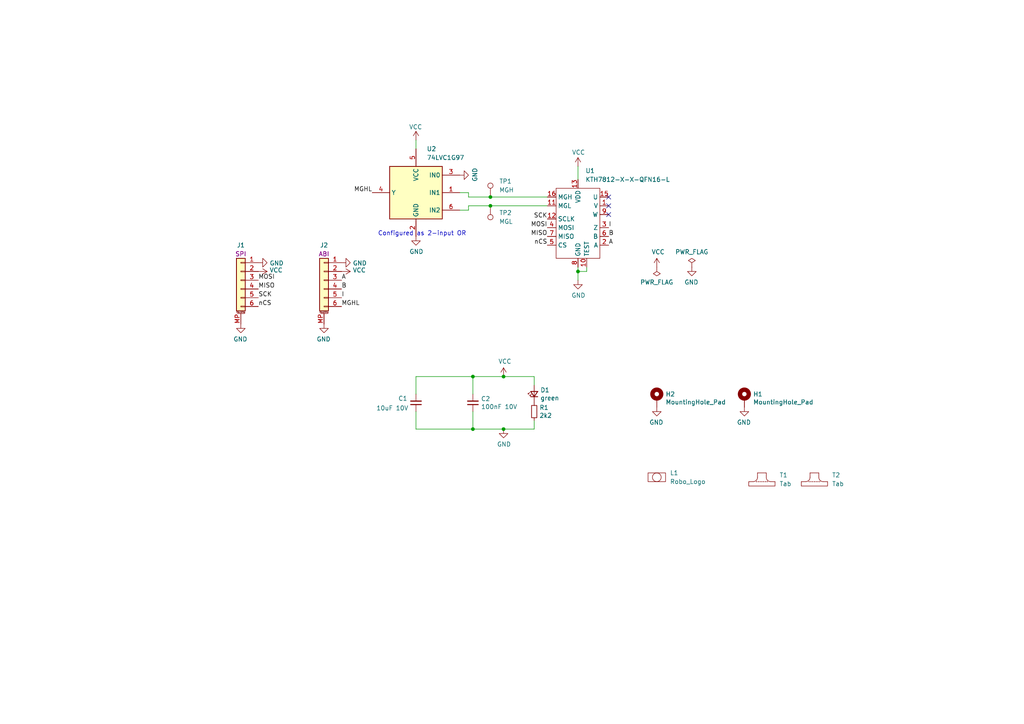
<source format=kicad_sch>
(kicad_sch (version 20250114) (generator "eeschema") (generator_version "9.0")
  (paper "A4")
  (lib_symbols
    (symbol "74xGxx:74LVC1G97"
      (property "Reference" "U" (at -2.54 5.08 0))
      (property "Value" "74LVC1G97" (at 0 -5.08 0))
      (symbol "74LVC1G97_0_1"
        (rectangle (start -7.62 7.62) (end 7.62 -7.62) (stroke (width 0.254)) (fill (type background)))
      )
      (symbol "74LVC1G97_1_1"
        (pin input line (at -12.7 5.08 0) (length 5.08) (name "IN0") (number "3"))
        (pin input line (at -12.7 0 0) (length 5.08) (name "IN1") (number "1"))
        (pin input line (at -12.7 -5.08 0) (length 5.08) (name "IN2") (number "6"))
        (pin power_in line (at 0 12.7 270) (length 5.08) (name "VCC") (number "5"))
        (pin power_in line (at 0 -12.7 90) (length 5.08) (name "GND") (number "2"))
        (pin output line (at 12.7 0 180) (length 5.08) (name "Y") (number "4"))
      )
    )
    (symbol "Connector:TestPoint" (pin_numbers (hide yes)) (pin_names (offset 0.762) (hide yes))
      (property "Reference" "TP" (at 0 6.858 0))
      (property "Value" "TestPoint" (at 0 5.08 0))
      (symbol "TestPoint_0_1"
        (circle (center 0 3.302) (radius 0.762))
      )
      (symbol "TestPoint_1_1"
        (pin passive line (at 0 0 90) (length 2.54) (name "1") (number "1"))
      )
    )
    (symbol "Connector_Generic_MountingPin:Conn_01x06_MountingPin" (pin_names (offset 1.016) (hide yes))
      (property "Reference" "J" (at 0 7.62 0))
      (property "Value" "Conn_01x06_MountingPin" (at 1.27 -10.16 0))
      (symbol "Conn_01x06_MountingPin_1_1"
        (rectangle (start -1.27 6.35) (end 1.27 -8.89) (stroke (width 0.254)) (fill (type background)))
        (rectangle (start -1.27 5.207) (end 0 4.953) (stroke (width 0.1524)))
        (rectangle (start -1.27 2.667) (end 0 2.413) (stroke (width 0.1524)))
        (rectangle (start -1.27 0.127) (end 0 -0.127) (stroke (width 0.1524)))
        (rectangle (start -1.27 -2.413) (end 0 -2.667) (stroke (width 0.1524)))
        (rectangle (start -1.27 -4.953) (end 0 -5.207) (stroke (width 0.1524)))
        (rectangle (start -1.27 -7.493) (end 0 -7.747) (stroke (width 0.1524)))
        (polyline (pts (xy -1.016 -9.652) (xy 1.016 -9.652)) (stroke (width 0.1524)))
        (text "Mounting" (at 0 -9.271 0) (effects (font (size 0.381 0.381))))
        (pin passive line (at -5.08 5.08 0) (length 3.81) (name "Pin_1") (number "1"))
        (pin passive line (at -5.08 2.54 0) (length 3.81) (name "Pin_2") (number "2"))
        (pin passive line (at -5.08 0 0) (length 3.81) (name "Pin_3") (number "3"))
        (pin passive line (at -5.08 -2.54 0) (length 3.81) (name "Pin_4") (number "4"))
        (pin passive line (at -5.08 -5.08 0) (length 3.81) (name "Pin_5") (number "5"))
        (pin passive line (at -5.08 -7.62 0) (length 3.81) (name "Pin_6") (number "6"))
        (pin passive line (at 0 -12.7 90) (length 3.048) (name "MountPin") (number "MP"))
      )
    )
    (symbol "Device:C_Small" (pin_numbers (hide yes)) (pin_names (offset 0.254) (hide yes))
      (property "Reference" "C" (at 0.254 1.778 0))
      (property "Value" "C_Small" (at 0.254 -2.032 0))
      (symbol "C_Small_0_1"
        (polyline (pts (xy -1.524 0.508) (xy 1.524 0.508)) (stroke (width 0.3048)))
        (polyline (pts (xy -1.524 -0.508) (xy 1.524 -0.508)) (stroke (width 0.3302)))
      )
      (symbol "C_Small_1_1"
        (pin passive line (at 0 2.54 270) (length 2.032) (name "~") (number "1"))
        (pin passive line (at 0 -2.54 90) (length 2.032) (name "~") (number "2"))
      )
    )
    (symbol "Device:LED_Small" (pin_numbers (hide yes)) (pin_names (offset 0.254) (hide yes))
      (property "Reference" "D" (at -1.27 3.175 0))
      (property "Value" "LED_Small" (at -4.445 -2.54 0))
      (symbol "LED_Small_0_1"
        (polyline (pts (xy -0.762 -1.016) (xy -0.762 1.016)) (stroke (width 0.254)))
        (polyline (pts (xy 0 0.762) (xy -0.508 1.27) (xy -0.254 1.27) (xy -0.508 1.27) (xy -0.508 1.016)))
        (polyline (pts (xy 0.508 1.27) (xy 0 1.778) (xy 0.254 1.778) (xy 0 1.778) (xy 0 1.524)))
        (polyline (pts (xy 0.762 -1.016) (xy -0.762 0) (xy 0.762 1.016) (xy 0.762 -1.016)) (stroke (width 0.254)))
        (polyline (pts (xy 1.016 0) (xy -0.762 0)))
      )
      (symbol "LED_Small_1_1"
        (pin passive line (at -2.54 0 0) (length 1.778) (name "K") (number "1"))
        (pin passive line (at 2.54 0 180) (length 1.778) (name "A") (number "2"))
      )
    )
    (symbol "Device:R_Small" (pin_numbers (hide yes)) (pin_names (offset 0.254) (hide yes))
      (property "Reference" "R" (at 0.762 0.508 0))
      (property "Value" "R_Small" (at 0.762 -1.016 0))
      (symbol "R_Small_0_1"
        (rectangle (start -0.762 1.778) (end 0.762 -1.778) (stroke (width 0.2032)))
      )
      (symbol "R_Small_1_1"
        (pin passive line (at 0 2.54 270) (length 0.762) (name "~") (number "1"))
        (pin passive line (at 0 -2.54 90) (length 0.762) (name "~") (number "2"))
      )
    )
    (symbol "Mechanical:MountingHole_Pad" (pin_numbers (hide yes)) (pin_names (offset 1.016) (hide yes))
      (property "Reference" "H" (at 0 6.35 0))
      (property "Value" "MountingHole_Pad" (at 0 4.445 0))
      (symbol "MountingHole_Pad_0_1"
        (circle (center 0 1.27) (radius 1.27) (stroke (width 1.27)))
      )
      (symbol "MountingHole_Pad_1_1"
        (pin input line (at 0 -2.54 90) (length 2.54) (name "1") (number "1"))
      )
    )
    (symbol "PCM_kikit:Tab" (in_bom no)
      (property "Reference" "T" (at 0 3.81 0))
      (property "Value" "Tab" (at 0 -2.54 0))
      (symbol "Tab_0_1"
        (polyline (pts (xy -3.81 0) (xy -2.54 0)) (stroke (width 0.1524)))
        (polyline (pts (xy -3.81 0) (xy -3.81 -1.27) (xy 3.81 -1.27) (xy 3.81 0)) (stroke (width 0.1524)))
        (arc (start -1.27 1.27) (mid -1.642 0.372) (end -2.54 0) (stroke (width 0.1524)))
        (circle (center -1.524 0) (radius 0.0762) (stroke (width 0.1524)))
        (polyline (pts (xy -1.27 1.27) (xy -1.27 2.54)) (stroke (width 0.1524)))
        (circle (center -1.016 0) (radius 0.0762) (stroke (width 0.1524)))
        (circle (center -0.508 0) (radius 0.0762) (stroke (width 0.1524)))
        (circle (center 0 0) (radius 0.0762) (stroke (width 0.1524)))
        (circle (center 0.508 0) (radius 0.0762) (stroke (width 0.1524)))
        (circle (center 1.016 0) (radius 0.0762) (stroke (width 0.1524)))
        (polyline (pts (xy 1.27 2.54) (xy -1.27 2.54)) (stroke (width 0.1524)))
        (polyline (pts (xy 1.27 1.27) (xy 1.27 2.54)) (stroke (width 0.1524)))
        (circle (center 1.524 0) (radius 0.0762) (stroke (width 0.1524)))
        (arc (start 2.54 0) (mid 1.642 0.372) (end 1.27 1.27) (stroke (width 0.1524)))
        (polyline (pts (xy 2.54 0) (xy 3.81 0)) (stroke (width 0.1524)))
      )
    )
    (symbol "power:GND" (power) (pin_names (offset 0))
      (property "Value" "GND" (at 0 -3.81 0))
      (symbol "GND_0_1"
        (polyline (pts (xy 0 0) (xy 0 -1.27) (xy 1.27 -1.27) (xy 0 -2.54) (xy -1.27 -1.27) (xy 0 -1.27)))
      )
      (symbol "GND_1_1"
        (pin power_in line (at 0 0 270) (length 0) (hide yes) (name "GND") (number "1"))
      )
    )
    (symbol "power:PWR_FLAG" (power) (pin_numbers (hide yes)) (pin_names (offset 0) (hide yes))
      (property "Value" "PWR_FLAG" (at 0 3.81 0))
      (symbol "PWR_FLAG_0_0"
        (pin power_out line (at 0 0 90) (length 0) (name "pwr") (number "1"))
      )
      (symbol "PWR_FLAG_0_1"
        (polyline (pts (xy 0 0) (xy 0 1.27) (xy -1.016 1.905) (xy 0 2.54) (xy 1.016 1.905) (xy 0 1.27)))
      )
    )
    (symbol "power:VCC" (power) (pin_names (offset 0))
      (property "Value" "VCC" (at 0 3.81 0))
      (symbol "VCC_0_1"
        (polyline (pts (xy -0.762 1.27) (xy 0 2.54)))
        (polyline (pts (xy 0 2.54) (xy 0.762 1.27)))
        (polyline (pts (xy 0 0) (xy 0 2.54)))
      )
      (symbol "VCC_1_1"
        (pin power_in line (at 0 0 90) (length 0) (hide yes) (name "VCC") (number "1"))
      )
    )
    (symbol "runger:KTH7812-X-X-QFN16-L"
      (property "Reference" "U" (at 5.334 11.43 0))
      (property "Value" "KTH7812-X-X-QFN16-L" (at 17.018 -12.192 0))
      (symbol "KTH7812-X-X-QFN16-L_0_0"
        (pin output line (at -8.89 7.62 0) (length 2.54) (name "MGH") (number "16"))
        (pin output line (at -8.89 5.08 0) (length 2.54) (name "MGL") (number "11"))
        (pin input line (at -8.89 1.27 0) (length 2.54) (name "SCLK") (number "12"))
        (pin input line (at -8.89 -1.27 0) (length 2.54) (name "MOSI") (number "4"))
        (pin output line (at -8.89 -3.81 0) (length 2.54) (name "MISO") (number "7"))
        (pin input line (at -8.89 -6.35 0) (length 2.54) (name "CS") (number "5"))
        (pin power_in line (at 0 12.7 270) (length 2.54) (name "VDD") (number "13"))
        (pin power_in line (at 0 -12.7 90) (length 2.54) (name "GND") (number "8"))
        (pin input line (at 2.54 -12.7 90) (length 2.54) (name "TEST") (number "10"))
        (pin output line (at 8.89 7.62 180) (length 2.54) (name "U") (number "15"))
        (pin output line (at 8.89 5.08 180) (length 2.54) (name "V") (number "1"))
        (pin output line (at 8.89 2.54 180) (length 2.54) (name "W") (number "9"))
        (pin output line (at 8.89 -1.27 180) (length 2.54) (name "Z") (number "3"))
        (pin output line (at 8.89 -3.81 180) (length 2.54) (name "B") (number "6"))
        (pin output line (at 8.89 -6.35 180) (length 2.54) (name "A") (number "2"))
      )
      (symbol "KTH7812-X-X-QFN16-L_0_1"
        (rectangle (start -6.35 10.16) (end 6.35 -10.16))
      )
      (symbol "KTH7812-X-X-QFN16-L_1_0"
        (pin no_connect line (at -2.54 -12.7 90) (length 2.54) (hide yes) (name "NC") (number "14"))
      )
    )
    (symbol "runger:Robo_Logo" (in_bom no)
      (property "Reference" "L" (at 0 3.81 0))
      (property "Value" "Robo_Logo" (at 0 -3.81 0))
      (symbol "Robo_Logo_0_1"
        (rectangle (start -2.54 1.27) (end 2.54 -1.27) (stroke (width 0.1524)))
        (circle (center 0 0) (radius 1.27) (stroke (width 0.1524)))
      )
    )
  )
  (text "Configured as 2-input OR" (at 122.428 67.818 0) (effects (font (size 1.27 1.27))))
  (junction (at 137.16 124.46))
  (junction (at 146.05 124.46))
  (junction (at 142.24 59.69))
  (junction (at 167.64 78.74))
  (junction (at 146.05 109.22))
  (junction (at 137.16 109.22))
  (junction (at 142.24 57.15))
  (no_connect (at 176.53 57.15))
  (no_connect (at 176.53 62.23))
  (no_connect (at 176.53 59.69))
  (wire (pts (xy 170.18 77.47) (xy 170.18 78.74)))
  (wire (pts (xy 146.05 109.22) (xy 154.94 109.22)))
  (wire (pts (xy 154.94 109.22) (xy 154.94 111.76)))
  (wire (pts (xy 142.24 57.15) (xy 158.75 57.15)))
  (wire (pts (xy 135.89 59.69) (xy 142.24 59.69)))
  (wire (pts (xy 170.18 78.74) (xy 167.64 78.74)))
  (wire (pts (xy 154.94 124.46) (xy 146.05 124.46)))
  (wire (pts (xy 167.64 48.26) (xy 167.64 52.07)))
  (wire (pts (xy 135.89 59.69) (xy 135.89 60.96)))
  (wire (pts (xy 135.89 57.15) (xy 142.24 57.15)))
  (wire (pts (xy 167.64 77.47) (xy 167.64 78.74)))
  (wire (pts (xy 137.16 124.46) (xy 137.16 119.38)))
  (wire (pts (xy 120.65 119.38) (xy 120.65 124.46)))
  (wire (pts (xy 120.65 40.64) (xy 120.65 43.18)))
  (wire (pts (xy 154.94 121.92) (xy 154.94 124.46)))
  (wire (pts (xy 137.16 109.22) (xy 146.05 109.22)))
  (wire (pts (xy 135.89 60.96) (xy 133.35 60.96)))
  (wire (pts (xy 135.89 57.15) (xy 135.89 55.88)))
  (wire (pts (xy 142.24 59.69) (xy 158.75 59.69)))
  (wire (pts (xy 137.16 109.22) (xy 137.16 114.3)))
  (wire (pts (xy 120.65 109.22) (xy 137.16 109.22)))
  (wire (pts (xy 146.05 124.46) (xy 137.16 124.46)))
  (wire (pts (xy 120.65 124.46) (xy 137.16 124.46)))
  (wire (pts (xy 135.89 55.88) (xy 133.35 55.88)))
  (wire (pts (xy 120.65 114.3) (xy 120.65 109.22)))
  (wire (pts (xy 167.64 78.74) (xy 167.64 81.28)))
  (label "SCK" (at 158.75 63.5 180))
  (label "SCK" (at 74.93 86.36 0))
  (label "MISO" (at 158.75 68.58 180))
  (label "B" (at 176.53 68.58 0))
  (label "MOSI" (at 74.93 81.28 0))
  (label "MGHL" (at 99.06 88.9 0))
  (label "nCS" (at 158.75 71.12 180))
  (label "I" (at 176.53 66.04 0))
  (label "I" (at 99.06 86.36 0))
  (label "B" (at 99.06 83.82 0))
  (label "A" (at 99.06 81.28 0))
  (label "nCS" (at 74.93 88.9 0))
  (label "A" (at 176.53 71.12 0))
  (label "MGHL" (at 107.95 55.88 180))
  (label "MISO" (at 74.93 83.82 0))
  (label "MOSI" (at 158.75 66.04 180))
  (symbol (lib_id "Device:C_Small") (at 120.65 116.84 180) (unit 1)
    (property "Reference" "C1" (at 116.84 115.57 0))
    (property "Value" "10uF 10V" (at 113.792 118.364 0))
    (property "Footprint" "Capacitor_SMD:C_0603_1608Metric" (effects (hide yes)))
    (property "Part" "10uF 10V" (effects (hide yes)))
    (property "Manu" "Generic" (effects (hide yes)))
  )
  (symbol (lib_id "power:VCC") (at 74.93 78.74 270) (mirror x) (unit 1)
    (property "Reference" "#PWR03" (effects (hide yes)))
    (property "Value" "VCC" (at 78.1558 78.359 90) (effects (justify left)))
  )
  (symbol (lib_id "power:VCC") (at 167.64 48.26 0) (unit 1)
    (property "Reference" "#PWR06" (effects (hide yes)))
    (property "Value" "VCC" (at 165.862 44.196 0) (effects (justify left)))
  )
  (symbol (lib_id "power:GND") (at 167.64 81.28 0) (unit 1)
    (property "Reference" "#PWR04" (effects (hide yes)))
    (property "Value" "GND" (at 167.767 85.6742 0))
  )
  (symbol (lib_id "Connector_Generic_MountingPin:Conn_01x06_MountingPin") (at 69.85 81.28 0) (mirror y) (unit 1)
    (property "Reference" "J1" (at 69.85 71.12 0))
    (property "Value" "Conn_01x06_MountingPin" (effects (hide yes)))
    (property "Footprint" "Connector_JST:JST_SH_SM06B-SRSS-TB_1x06-1MP_P1.00mm_Horizontal" (effects (hide yes)))
    (property "Port" "SPI" (at 69.85 73.66 0))
    (property "Manu" "Scondar Electronic Limited" (effects (hide yes)))
    (property "Part" "SCT-WR-S-06P" (effects (hide yes)))
    (property "Notes" "compatible to JST SH_SM06B-SRSS-TB_1x06-1MP_P1.00mm_Horizontal" (effects (hide yes)))
  )
  (symbol (lib_id "power:GND") (at 69.85 93.98 0) (mirror y) (unit 1)
    (property "Reference" "#PWR01" (effects (hide yes)))
    (property "Value" "GND" (at 69.723 98.3742 0))
  )
  (symbol (lib_id "power:GND") (at 74.93 76.2 90) (mirror x) (unit 1)
    (property "Reference" "#PWR02" (effects (hide yes)))
    (property "Value" "GND" (at 78.1812 76.327 90) (effects (justify right)))
  )
  (symbol (lib_id "power:GND") (at 190.5 118.11 0) (mirror y) (unit 1)
    (property "Reference" "#PWR08" (effects (hide yes)))
    (property "Value" "GND" (at 190.373 122.5042 0))
  )
  (symbol (lib_id "Mechanical:MountingHole_Pad") (at 190.5 115.57 0) (unit 1) (in_bom no)
    (property "Reference" "H2" (at 193.04 114.3254 0) (effects (justify left)))
    (property "Value" "MountingHole_Pad" (at 193.04 116.6368 0) (effects (justify left)))
    (property "Footprint" "MountingHole:MountingHole_2.2mm_M2_ISO7380_Pad" (effects (hide yes)))
  )
  (symbol (lib_id "Mechanical:MountingHole_Pad") (at 215.9 115.57 0) (unit 1) (in_bom no)
    (property "Reference" "H1" (at 218.44 114.3254 0) (effects (justify left)))
    (property "Value" "MountingHole_Pad" (at 218.44 116.6368 0) (effects (justify left)))
    (property "Footprint" "MountingHole:MountingHole_2.2mm_M2_ISO7380_Pad" (effects (hide yes)))
  )
  (symbol (lib_id "power:VCC") (at 190.5 77.47 0) (unit 1)
    (property "Reference" "#PWR0101" (effects (hide yes)))
    (property "Value" "VCC" (at 190.881 73.0758 0))
  )
  (symbol (lib_id "power:PWR_FLAG") (at 190.5 77.47 180) (unit 1)
    (property "Reference" "#FLG0101" (effects (hide yes)))
    (property "Value" "PWR_FLAG" (at 190.5 81.8642 0))
  )
  (symbol (lib_id "Device:C_Small") (at 137.16 116.84 180) (unit 1)
    (property "Reference" "C2" (at 139.4968 115.6716 0) (effects (justify right)))
    (property "Value" "100nF 10V" (at 139.4968 117.983 0) (effects (justify right)))
    (property "Footprint" "Capacitor_SMD:C_0603_1608Metric" (effects (hide yes)))
    (property "Part" "100nF 10V" (effects (hide yes)))
    (property "Manu" "Generic" (effects (hide yes)))
    (property "Notes" "eg. YAGEO CC0603KRX7R6BB104" (effects (hide yes)))
  )
  (symbol (lib_id "power:VCC") (at 146.05 109.22 0) (unit 1)
    (property "Reference" "#PWR09" (effects (hide yes)))
    (property "Value" "VCC" (at 146.431 104.8258 0))
  )
  (symbol (lib_id "power:GND") (at 146.05 124.46 0) (unit 1)
    (property "Reference" "#PWR010" (effects (hide yes)))
    (property "Value" "GND" (at 146.177 128.8542 0))
  )
  (symbol (lib_id "Device:R_Small") (at 154.94 119.38 0) (unit 1)
    (property "Reference" "R1" (at 156.4386 118.2116 0) (effects (justify left)))
    (property "Value" "2k2" (at 156.4386 120.523 0) (effects (justify left)))
    (property "Footprint" "Resistor_SMD:R_0603_1608Metric" (effects (hide yes)))
    (property "Part" "Generic 2k2 Resistor" (effects (hide yes)))
    (property "Manu" "Generic" (effects (hide yes)))
  )
  (symbol (lib_id "Device:LED_Small") (at 154.94 114.3 90) (unit 1)
    (property "Reference" "D1" (at 156.718 113.1316 90) (effects (justify right)))
    (property "Value" "green" (at 156.718 115.443 90) (effects (justify right)))
    (property "Footprint" "LED_SMD:LED_0805_2012Metric" (effects (hide yes)))
    (property "Manu" "Generic" (effects (hide yes)))
    (property "Part" "Green LED" (effects (hide yes)))
    (property "Notes" "e.g. XINGLIGHT XL-2012UGC" (effects (hide yes)))
  )
  (symbol (lib_id "runger:Robo_Logo") (at 190.5 138.43 0) (unit 1) (in_bom no)
    (property "Reference" "L1" (at 194.31 137.1599 0) (effects (justify left)))
    (property "Value" "Robo_Logo" (at 194.31 139.6999 0) (effects (justify left)))
    (property "Footprint" "runger:Robo_logo2" (effects (hide yes)))
  )
  (symbol (lib_id "power:GND") (at 120.65 68.58 0) (unit 1)
    (property "Reference" "#PWR014" (effects (hide yes)))
    (property "Value" "GND" (at 120.777 72.9742 0))
  )
  (symbol (lib_id "power:GND") (at 133.35 50.8 90) (unit 1)
    (property "Reference" "#PWR015" (effects (hide yes)))
    (property "Value" "GND" (at 137.7442 50.673 0))
  )
  (symbol (lib_id "PCM_kikit:Tab") (at 236.22 139.7 0) (unit 1) (in_bom no)
    (property "Reference" "T2" (at 241.3 137.795 0) (effects (justify left)))
    (property "Value" "Tab" (at 241.3 140.335 0) (effects (justify left)))
    (property "Footprint" "PCM_kikit:Tab" (effects (hide yes)))
  )
  (symbol (lib_id "power:GND") (at 215.9 118.11 0) (mirror y) (unit 1)
    (property "Reference" "#PWR07" (effects (hide yes)))
    (property "Value" "GND" (at 215.773 122.5042 0))
  )
  (symbol (lib_id "Connector_Generic_MountingPin:Conn_01x06_MountingPin") (at 93.98 81.28 0) (mirror y) (unit 1)
    (property "Reference" "J2" (at 93.98 71.12 0))
    (property "Value" "Conn_01x06_MountingPin" (effects (hide yes)))
    (property "Footprint" "Connector_JST:JST_SH_SM06B-SRSS-TB_1x06-1MP_P1.00mm_Horizontal" (effects (hide yes)))
    (property "Port" "ABI" (at 93.98 73.66 0))
    (property "Manu" "Scondar Electronic Limited" (effects (hide yes)))
    (property "Part" "SCT-WR-S-06P" (effects (hide yes)))
    (property "Notes" "compatible to JST SH_SM06B-SRSS-TB_1x06-1MP_P1.00mm_Horizontal" (effects (hide yes)))
  )
  (symbol (lib_id "power:PWR_FLAG") (at 200.66 77.47 0) (unit 1)
    (property "Reference" "#FLG0102" (effects (hide yes)))
    (property "Value" "PWR_FLAG" (at 200.66 73.0758 0))
  )
  (symbol (lib_id "power:GND") (at 200.66 77.47 0) (mirror y) (unit 1)
    (property "Reference" "#PWR0102" (effects (hide yes)))
    (property "Value" "GND" (at 200.533 81.8642 0))
  )
  (symbol (lib_id "PCM_kikit:Tab") (at 220.98 139.7 0) (unit 1) (in_bom no)
    (property "Reference" "T1" (at 226.06 137.795 0) (effects (justify left)))
    (property "Value" "Tab" (at 226.06 140.335 0) (effects (justify left)))
    (property "Footprint" "PCM_kikit:Tab" (effects (hide yes)))
  )
  (symbol (lib_id "power:VCC") (at 99.06 78.74 270) (mirror x) (unit 1)
    (property "Reference" "#PWR011" (effects (hide yes)))
    (property "Value" "VCC" (at 102.2858 78.359 90) (effects (justify left)))
  )
  (symbol (lib_id "Connector:TestPoint") (at 142.24 59.69 180) (unit 1)
    (property "Reference" "TP2" (at 144.78 61.7219 0) (effects (justify right)))
    (property "Value" "MGL" (at 144.78 64.2619 0) (effects (justify right)))
    (property "Description" "test point" (effects (hide yes)))
  )
  (symbol (lib_id "runger:KTH7812-X-X-QFN16-L") (at 167.64 64.77 0) (unit 1)
    (property "Reference" "U1" (at 169.7833 49.53 0) (effects (justify left)))
    (property "Value" "KTH7812-X-X-QFN16-L" (at 169.7833 52.07 0) (effects (justify left)))
    (property "Footprint" "Package_DFN_QFN:QFN-16-1EP_3x3mm_P0.5mm_EP1.675x1.675mm" (effects (hide yes)))
  )
  (symbol (lib_id "power:GND") (at 99.06 76.2 90) (mirror x) (unit 1)
    (property "Reference" "#PWR05" (effects (hide yes)))
    (property "Value" "GND" (at 102.3112 76.327 90) (effects (justify right)))
  )
  (symbol (lib_id "Connector:TestPoint") (at 142.24 57.15 0) (unit 1)
    (property "Reference" "TP1" (at 144.78 52.5779 0) (effects (justify left)))
    (property "Value" "MGH" (at 144.78 55.1179 0) (effects (justify left)))
    (property "Description" "test point" (effects (hide yes)))
  )
  (symbol (lib_id "74xGxx:74LVC1G97") (at 120.65 55.88 0) (mirror y) (unit 1)
    (property "Reference" "U2" (at 123.7681 43.18 0) (effects (justify right)))
    (property "Value" "74LVC1G97" (at 123.7681 45.72 0) (effects (justify right)))
    (property "Footprint" "runger:DSF6" (effects (hide yes)))
    (property "Datasheet" "http://www.ti.com/lit/sg/scyt129e/scyt129e.pdf" (effects (hide yes)))
    (property "Description" "Configurable Multi-Function Single Gate, Low-Voltage CMOS" (effects (hide yes)))
  )
  (symbol (lib_id "power:GND") (at 93.98 93.98 0) (mirror y) (unit 1)
    (property "Reference" "#PWR012" (effects (hide yes)))
    (property "Value" "GND" (at 93.853 98.3742 0))
  )
  (symbol (lib_id "power:VCC") (at 120.65 40.64 0) (unit 1)
    (property "Reference" "#PWR013" (effects (hide yes)))
    (property "Value" "VCC" (at 118.618 36.83 0) (effects (justify left)))
  )
)
</source>
